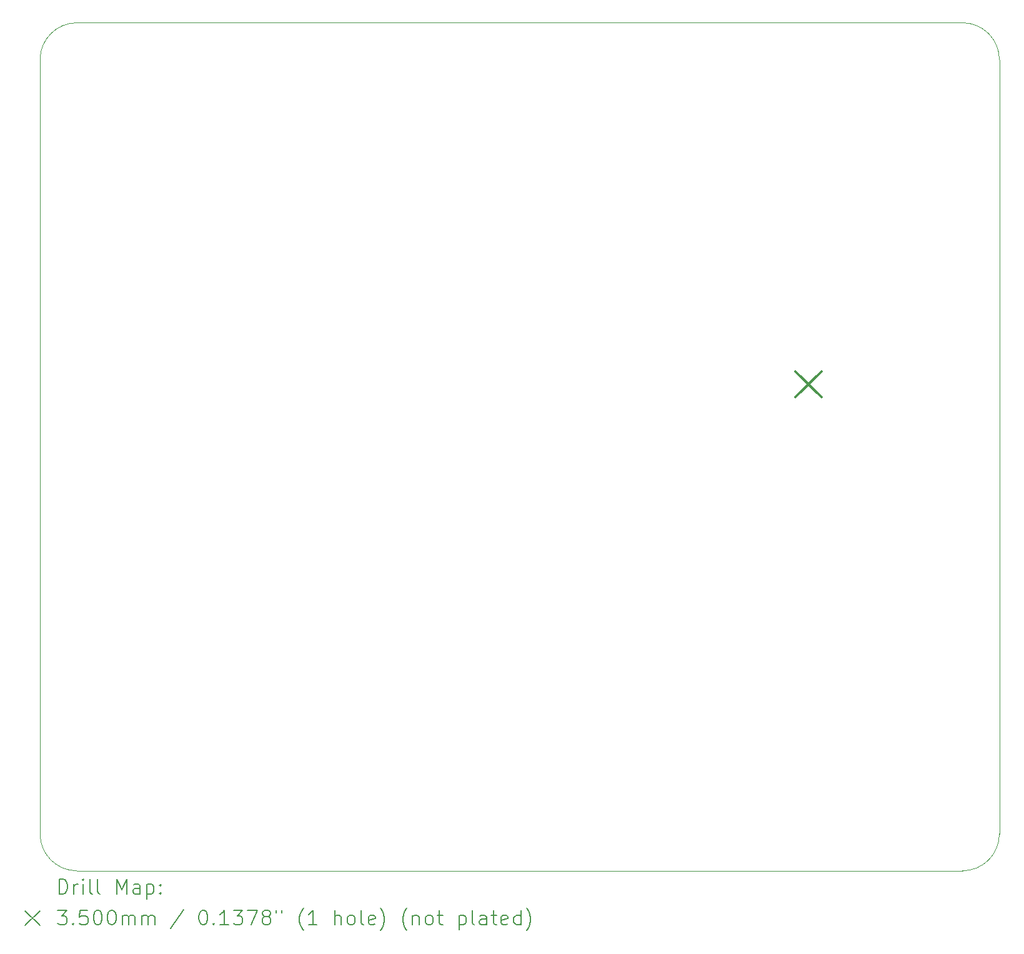
<source format=gbr>
%TF.GenerationSoftware,KiCad,Pcbnew,8.0.0*%
%TF.CreationDate,2024-06-30T22:06:07-03:00*%
%TF.ProjectId,tp4potencia,74703470-6f74-4656-9e63-69612e6b6963,0.4*%
%TF.SameCoordinates,Original*%
%TF.FileFunction,Drillmap*%
%TF.FilePolarity,Positive*%
%FSLAX45Y45*%
G04 Gerber Fmt 4.5, Leading zero omitted, Abs format (unit mm)*
G04 Created by KiCad (PCBNEW 8.0.0) date 2024-06-30 22:06:07*
%MOMM*%
%LPD*%
G01*
G04 APERTURE LIST*
%ADD10C,0.050000*%
%ADD11C,0.200000*%
%ADD12C,0.350000*%
G04 APERTURE END LIST*
D10*
X21250000Y-13750000D02*
X21250000Y-3250000D01*
X20750000Y-2750000D02*
X8750000Y-2750000D01*
X20750000Y-2750000D02*
G75*
G02*
X21250000Y-3250000I0J-500000D01*
G01*
X8750000Y-14250000D02*
X20750000Y-14250000D01*
X8750000Y-14250000D02*
G75*
G02*
X8250000Y-13750000I0J500000D01*
G01*
X8250000Y-3250000D02*
X8250000Y-13750000D01*
X21250000Y-13750000D02*
G75*
G02*
X20750000Y-14250000I-500000J0D01*
G01*
X8250000Y-3250000D02*
G75*
G02*
X8750000Y-2750000I500000J0D01*
G01*
D11*
D12*
X18486600Y-7476000D02*
X18836600Y-7826000D01*
X18836600Y-7476000D02*
X18486600Y-7826000D01*
D11*
X8508277Y-14563984D02*
X8508277Y-14363984D01*
X8508277Y-14363984D02*
X8555896Y-14363984D01*
X8555896Y-14363984D02*
X8584467Y-14373508D01*
X8584467Y-14373508D02*
X8603515Y-14392555D01*
X8603515Y-14392555D02*
X8613039Y-14411603D01*
X8613039Y-14411603D02*
X8622563Y-14449698D01*
X8622563Y-14449698D02*
X8622563Y-14478269D01*
X8622563Y-14478269D02*
X8613039Y-14516365D01*
X8613039Y-14516365D02*
X8603515Y-14535412D01*
X8603515Y-14535412D02*
X8584467Y-14554460D01*
X8584467Y-14554460D02*
X8555896Y-14563984D01*
X8555896Y-14563984D02*
X8508277Y-14563984D01*
X8708277Y-14563984D02*
X8708277Y-14430650D01*
X8708277Y-14468746D02*
X8717801Y-14449698D01*
X8717801Y-14449698D02*
X8727324Y-14440174D01*
X8727324Y-14440174D02*
X8746372Y-14430650D01*
X8746372Y-14430650D02*
X8765420Y-14430650D01*
X8832086Y-14563984D02*
X8832086Y-14430650D01*
X8832086Y-14363984D02*
X8822563Y-14373508D01*
X8822563Y-14373508D02*
X8832086Y-14383031D01*
X8832086Y-14383031D02*
X8841610Y-14373508D01*
X8841610Y-14373508D02*
X8832086Y-14363984D01*
X8832086Y-14363984D02*
X8832086Y-14383031D01*
X8955896Y-14563984D02*
X8936848Y-14554460D01*
X8936848Y-14554460D02*
X8927324Y-14535412D01*
X8927324Y-14535412D02*
X8927324Y-14363984D01*
X9060658Y-14563984D02*
X9041610Y-14554460D01*
X9041610Y-14554460D02*
X9032086Y-14535412D01*
X9032086Y-14535412D02*
X9032086Y-14363984D01*
X9289229Y-14563984D02*
X9289229Y-14363984D01*
X9289229Y-14363984D02*
X9355896Y-14506841D01*
X9355896Y-14506841D02*
X9422563Y-14363984D01*
X9422563Y-14363984D02*
X9422563Y-14563984D01*
X9603515Y-14563984D02*
X9603515Y-14459222D01*
X9603515Y-14459222D02*
X9593991Y-14440174D01*
X9593991Y-14440174D02*
X9574944Y-14430650D01*
X9574944Y-14430650D02*
X9536848Y-14430650D01*
X9536848Y-14430650D02*
X9517801Y-14440174D01*
X9603515Y-14554460D02*
X9584467Y-14563984D01*
X9584467Y-14563984D02*
X9536848Y-14563984D01*
X9536848Y-14563984D02*
X9517801Y-14554460D01*
X9517801Y-14554460D02*
X9508277Y-14535412D01*
X9508277Y-14535412D02*
X9508277Y-14516365D01*
X9508277Y-14516365D02*
X9517801Y-14497317D01*
X9517801Y-14497317D02*
X9536848Y-14487793D01*
X9536848Y-14487793D02*
X9584467Y-14487793D01*
X9584467Y-14487793D02*
X9603515Y-14478269D01*
X9698753Y-14430650D02*
X9698753Y-14630650D01*
X9698753Y-14440174D02*
X9717801Y-14430650D01*
X9717801Y-14430650D02*
X9755896Y-14430650D01*
X9755896Y-14430650D02*
X9774944Y-14440174D01*
X9774944Y-14440174D02*
X9784467Y-14449698D01*
X9784467Y-14449698D02*
X9793991Y-14468746D01*
X9793991Y-14468746D02*
X9793991Y-14525888D01*
X9793991Y-14525888D02*
X9784467Y-14544936D01*
X9784467Y-14544936D02*
X9774944Y-14554460D01*
X9774944Y-14554460D02*
X9755896Y-14563984D01*
X9755896Y-14563984D02*
X9717801Y-14563984D01*
X9717801Y-14563984D02*
X9698753Y-14554460D01*
X9879705Y-14544936D02*
X9889229Y-14554460D01*
X9889229Y-14554460D02*
X9879705Y-14563984D01*
X9879705Y-14563984D02*
X9870182Y-14554460D01*
X9870182Y-14554460D02*
X9879705Y-14544936D01*
X9879705Y-14544936D02*
X9879705Y-14563984D01*
X9879705Y-14440174D02*
X9889229Y-14449698D01*
X9889229Y-14449698D02*
X9879705Y-14459222D01*
X9879705Y-14459222D02*
X9870182Y-14449698D01*
X9870182Y-14449698D02*
X9879705Y-14440174D01*
X9879705Y-14440174D02*
X9879705Y-14459222D01*
X8047500Y-14792500D02*
X8247500Y-14992500D01*
X8247500Y-14792500D02*
X8047500Y-14992500D01*
X8489229Y-14783984D02*
X8613039Y-14783984D01*
X8613039Y-14783984D02*
X8546372Y-14860174D01*
X8546372Y-14860174D02*
X8574944Y-14860174D01*
X8574944Y-14860174D02*
X8593991Y-14869698D01*
X8593991Y-14869698D02*
X8603515Y-14879222D01*
X8603515Y-14879222D02*
X8613039Y-14898269D01*
X8613039Y-14898269D02*
X8613039Y-14945888D01*
X8613039Y-14945888D02*
X8603515Y-14964936D01*
X8603515Y-14964936D02*
X8593991Y-14974460D01*
X8593991Y-14974460D02*
X8574944Y-14983984D01*
X8574944Y-14983984D02*
X8517801Y-14983984D01*
X8517801Y-14983984D02*
X8498753Y-14974460D01*
X8498753Y-14974460D02*
X8489229Y-14964936D01*
X8698753Y-14964936D02*
X8708277Y-14974460D01*
X8708277Y-14974460D02*
X8698753Y-14983984D01*
X8698753Y-14983984D02*
X8689229Y-14974460D01*
X8689229Y-14974460D02*
X8698753Y-14964936D01*
X8698753Y-14964936D02*
X8698753Y-14983984D01*
X8889229Y-14783984D02*
X8793991Y-14783984D01*
X8793991Y-14783984D02*
X8784467Y-14879222D01*
X8784467Y-14879222D02*
X8793991Y-14869698D01*
X8793991Y-14869698D02*
X8813039Y-14860174D01*
X8813039Y-14860174D02*
X8860658Y-14860174D01*
X8860658Y-14860174D02*
X8879705Y-14869698D01*
X8879705Y-14869698D02*
X8889229Y-14879222D01*
X8889229Y-14879222D02*
X8898753Y-14898269D01*
X8898753Y-14898269D02*
X8898753Y-14945888D01*
X8898753Y-14945888D02*
X8889229Y-14964936D01*
X8889229Y-14964936D02*
X8879705Y-14974460D01*
X8879705Y-14974460D02*
X8860658Y-14983984D01*
X8860658Y-14983984D02*
X8813039Y-14983984D01*
X8813039Y-14983984D02*
X8793991Y-14974460D01*
X8793991Y-14974460D02*
X8784467Y-14964936D01*
X9022563Y-14783984D02*
X9041610Y-14783984D01*
X9041610Y-14783984D02*
X9060658Y-14793508D01*
X9060658Y-14793508D02*
X9070182Y-14803031D01*
X9070182Y-14803031D02*
X9079705Y-14822079D01*
X9079705Y-14822079D02*
X9089229Y-14860174D01*
X9089229Y-14860174D02*
X9089229Y-14907793D01*
X9089229Y-14907793D02*
X9079705Y-14945888D01*
X9079705Y-14945888D02*
X9070182Y-14964936D01*
X9070182Y-14964936D02*
X9060658Y-14974460D01*
X9060658Y-14974460D02*
X9041610Y-14983984D01*
X9041610Y-14983984D02*
X9022563Y-14983984D01*
X9022563Y-14983984D02*
X9003515Y-14974460D01*
X9003515Y-14974460D02*
X8993991Y-14964936D01*
X8993991Y-14964936D02*
X8984467Y-14945888D01*
X8984467Y-14945888D02*
X8974944Y-14907793D01*
X8974944Y-14907793D02*
X8974944Y-14860174D01*
X8974944Y-14860174D02*
X8984467Y-14822079D01*
X8984467Y-14822079D02*
X8993991Y-14803031D01*
X8993991Y-14803031D02*
X9003515Y-14793508D01*
X9003515Y-14793508D02*
X9022563Y-14783984D01*
X9213039Y-14783984D02*
X9232086Y-14783984D01*
X9232086Y-14783984D02*
X9251134Y-14793508D01*
X9251134Y-14793508D02*
X9260658Y-14803031D01*
X9260658Y-14803031D02*
X9270182Y-14822079D01*
X9270182Y-14822079D02*
X9279705Y-14860174D01*
X9279705Y-14860174D02*
X9279705Y-14907793D01*
X9279705Y-14907793D02*
X9270182Y-14945888D01*
X9270182Y-14945888D02*
X9260658Y-14964936D01*
X9260658Y-14964936D02*
X9251134Y-14974460D01*
X9251134Y-14974460D02*
X9232086Y-14983984D01*
X9232086Y-14983984D02*
X9213039Y-14983984D01*
X9213039Y-14983984D02*
X9193991Y-14974460D01*
X9193991Y-14974460D02*
X9184467Y-14964936D01*
X9184467Y-14964936D02*
X9174944Y-14945888D01*
X9174944Y-14945888D02*
X9165420Y-14907793D01*
X9165420Y-14907793D02*
X9165420Y-14860174D01*
X9165420Y-14860174D02*
X9174944Y-14822079D01*
X9174944Y-14822079D02*
X9184467Y-14803031D01*
X9184467Y-14803031D02*
X9193991Y-14793508D01*
X9193991Y-14793508D02*
X9213039Y-14783984D01*
X9365420Y-14983984D02*
X9365420Y-14850650D01*
X9365420Y-14869698D02*
X9374944Y-14860174D01*
X9374944Y-14860174D02*
X9393991Y-14850650D01*
X9393991Y-14850650D02*
X9422563Y-14850650D01*
X9422563Y-14850650D02*
X9441610Y-14860174D01*
X9441610Y-14860174D02*
X9451134Y-14879222D01*
X9451134Y-14879222D02*
X9451134Y-14983984D01*
X9451134Y-14879222D02*
X9460658Y-14860174D01*
X9460658Y-14860174D02*
X9479705Y-14850650D01*
X9479705Y-14850650D02*
X9508277Y-14850650D01*
X9508277Y-14850650D02*
X9527325Y-14860174D01*
X9527325Y-14860174D02*
X9536848Y-14879222D01*
X9536848Y-14879222D02*
X9536848Y-14983984D01*
X9632086Y-14983984D02*
X9632086Y-14850650D01*
X9632086Y-14869698D02*
X9641610Y-14860174D01*
X9641610Y-14860174D02*
X9660658Y-14850650D01*
X9660658Y-14850650D02*
X9689229Y-14850650D01*
X9689229Y-14850650D02*
X9708277Y-14860174D01*
X9708277Y-14860174D02*
X9717801Y-14879222D01*
X9717801Y-14879222D02*
X9717801Y-14983984D01*
X9717801Y-14879222D02*
X9727325Y-14860174D01*
X9727325Y-14860174D02*
X9746372Y-14850650D01*
X9746372Y-14850650D02*
X9774944Y-14850650D01*
X9774944Y-14850650D02*
X9793991Y-14860174D01*
X9793991Y-14860174D02*
X9803515Y-14879222D01*
X9803515Y-14879222D02*
X9803515Y-14983984D01*
X10193991Y-14774460D02*
X10022563Y-15031603D01*
X10451134Y-14783984D02*
X10470182Y-14783984D01*
X10470182Y-14783984D02*
X10489229Y-14793508D01*
X10489229Y-14793508D02*
X10498753Y-14803031D01*
X10498753Y-14803031D02*
X10508277Y-14822079D01*
X10508277Y-14822079D02*
X10517801Y-14860174D01*
X10517801Y-14860174D02*
X10517801Y-14907793D01*
X10517801Y-14907793D02*
X10508277Y-14945888D01*
X10508277Y-14945888D02*
X10498753Y-14964936D01*
X10498753Y-14964936D02*
X10489229Y-14974460D01*
X10489229Y-14974460D02*
X10470182Y-14983984D01*
X10470182Y-14983984D02*
X10451134Y-14983984D01*
X10451134Y-14983984D02*
X10432087Y-14974460D01*
X10432087Y-14974460D02*
X10422563Y-14964936D01*
X10422563Y-14964936D02*
X10413039Y-14945888D01*
X10413039Y-14945888D02*
X10403515Y-14907793D01*
X10403515Y-14907793D02*
X10403515Y-14860174D01*
X10403515Y-14860174D02*
X10413039Y-14822079D01*
X10413039Y-14822079D02*
X10422563Y-14803031D01*
X10422563Y-14803031D02*
X10432087Y-14793508D01*
X10432087Y-14793508D02*
X10451134Y-14783984D01*
X10603515Y-14964936D02*
X10613039Y-14974460D01*
X10613039Y-14974460D02*
X10603515Y-14983984D01*
X10603515Y-14983984D02*
X10593991Y-14974460D01*
X10593991Y-14974460D02*
X10603515Y-14964936D01*
X10603515Y-14964936D02*
X10603515Y-14983984D01*
X10803515Y-14983984D02*
X10689229Y-14983984D01*
X10746372Y-14983984D02*
X10746372Y-14783984D01*
X10746372Y-14783984D02*
X10727325Y-14812555D01*
X10727325Y-14812555D02*
X10708277Y-14831603D01*
X10708277Y-14831603D02*
X10689229Y-14841127D01*
X10870182Y-14783984D02*
X10993991Y-14783984D01*
X10993991Y-14783984D02*
X10927325Y-14860174D01*
X10927325Y-14860174D02*
X10955896Y-14860174D01*
X10955896Y-14860174D02*
X10974944Y-14869698D01*
X10974944Y-14869698D02*
X10984468Y-14879222D01*
X10984468Y-14879222D02*
X10993991Y-14898269D01*
X10993991Y-14898269D02*
X10993991Y-14945888D01*
X10993991Y-14945888D02*
X10984468Y-14964936D01*
X10984468Y-14964936D02*
X10974944Y-14974460D01*
X10974944Y-14974460D02*
X10955896Y-14983984D01*
X10955896Y-14983984D02*
X10898753Y-14983984D01*
X10898753Y-14983984D02*
X10879706Y-14974460D01*
X10879706Y-14974460D02*
X10870182Y-14964936D01*
X11060658Y-14783984D02*
X11193991Y-14783984D01*
X11193991Y-14783984D02*
X11108277Y-14983984D01*
X11298753Y-14869698D02*
X11279706Y-14860174D01*
X11279706Y-14860174D02*
X11270182Y-14850650D01*
X11270182Y-14850650D02*
X11260658Y-14831603D01*
X11260658Y-14831603D02*
X11260658Y-14822079D01*
X11260658Y-14822079D02*
X11270182Y-14803031D01*
X11270182Y-14803031D02*
X11279706Y-14793508D01*
X11279706Y-14793508D02*
X11298753Y-14783984D01*
X11298753Y-14783984D02*
X11336848Y-14783984D01*
X11336848Y-14783984D02*
X11355896Y-14793508D01*
X11355896Y-14793508D02*
X11365420Y-14803031D01*
X11365420Y-14803031D02*
X11374944Y-14822079D01*
X11374944Y-14822079D02*
X11374944Y-14831603D01*
X11374944Y-14831603D02*
X11365420Y-14850650D01*
X11365420Y-14850650D02*
X11355896Y-14860174D01*
X11355896Y-14860174D02*
X11336848Y-14869698D01*
X11336848Y-14869698D02*
X11298753Y-14869698D01*
X11298753Y-14869698D02*
X11279706Y-14879222D01*
X11279706Y-14879222D02*
X11270182Y-14888746D01*
X11270182Y-14888746D02*
X11260658Y-14907793D01*
X11260658Y-14907793D02*
X11260658Y-14945888D01*
X11260658Y-14945888D02*
X11270182Y-14964936D01*
X11270182Y-14964936D02*
X11279706Y-14974460D01*
X11279706Y-14974460D02*
X11298753Y-14983984D01*
X11298753Y-14983984D02*
X11336848Y-14983984D01*
X11336848Y-14983984D02*
X11355896Y-14974460D01*
X11355896Y-14974460D02*
X11365420Y-14964936D01*
X11365420Y-14964936D02*
X11374944Y-14945888D01*
X11374944Y-14945888D02*
X11374944Y-14907793D01*
X11374944Y-14907793D02*
X11365420Y-14888746D01*
X11365420Y-14888746D02*
X11355896Y-14879222D01*
X11355896Y-14879222D02*
X11336848Y-14869698D01*
X11451134Y-14783984D02*
X11451134Y-14822079D01*
X11527325Y-14783984D02*
X11527325Y-14822079D01*
X11822563Y-15060174D02*
X11813039Y-15050650D01*
X11813039Y-15050650D02*
X11793991Y-15022079D01*
X11793991Y-15022079D02*
X11784468Y-15003031D01*
X11784468Y-15003031D02*
X11774944Y-14974460D01*
X11774944Y-14974460D02*
X11765420Y-14926841D01*
X11765420Y-14926841D02*
X11765420Y-14888746D01*
X11765420Y-14888746D02*
X11774944Y-14841127D01*
X11774944Y-14841127D02*
X11784468Y-14812555D01*
X11784468Y-14812555D02*
X11793991Y-14793508D01*
X11793991Y-14793508D02*
X11813039Y-14764936D01*
X11813039Y-14764936D02*
X11822563Y-14755412D01*
X12003515Y-14983984D02*
X11889229Y-14983984D01*
X11946372Y-14983984D02*
X11946372Y-14783984D01*
X11946372Y-14783984D02*
X11927325Y-14812555D01*
X11927325Y-14812555D02*
X11908277Y-14831603D01*
X11908277Y-14831603D02*
X11889229Y-14841127D01*
X12241610Y-14983984D02*
X12241610Y-14783984D01*
X12327325Y-14983984D02*
X12327325Y-14879222D01*
X12327325Y-14879222D02*
X12317801Y-14860174D01*
X12317801Y-14860174D02*
X12298753Y-14850650D01*
X12298753Y-14850650D02*
X12270182Y-14850650D01*
X12270182Y-14850650D02*
X12251134Y-14860174D01*
X12251134Y-14860174D02*
X12241610Y-14869698D01*
X12451134Y-14983984D02*
X12432087Y-14974460D01*
X12432087Y-14974460D02*
X12422563Y-14964936D01*
X12422563Y-14964936D02*
X12413039Y-14945888D01*
X12413039Y-14945888D02*
X12413039Y-14888746D01*
X12413039Y-14888746D02*
X12422563Y-14869698D01*
X12422563Y-14869698D02*
X12432087Y-14860174D01*
X12432087Y-14860174D02*
X12451134Y-14850650D01*
X12451134Y-14850650D02*
X12479706Y-14850650D01*
X12479706Y-14850650D02*
X12498753Y-14860174D01*
X12498753Y-14860174D02*
X12508277Y-14869698D01*
X12508277Y-14869698D02*
X12517801Y-14888746D01*
X12517801Y-14888746D02*
X12517801Y-14945888D01*
X12517801Y-14945888D02*
X12508277Y-14964936D01*
X12508277Y-14964936D02*
X12498753Y-14974460D01*
X12498753Y-14974460D02*
X12479706Y-14983984D01*
X12479706Y-14983984D02*
X12451134Y-14983984D01*
X12632087Y-14983984D02*
X12613039Y-14974460D01*
X12613039Y-14974460D02*
X12603515Y-14955412D01*
X12603515Y-14955412D02*
X12603515Y-14783984D01*
X12784468Y-14974460D02*
X12765420Y-14983984D01*
X12765420Y-14983984D02*
X12727325Y-14983984D01*
X12727325Y-14983984D02*
X12708277Y-14974460D01*
X12708277Y-14974460D02*
X12698753Y-14955412D01*
X12698753Y-14955412D02*
X12698753Y-14879222D01*
X12698753Y-14879222D02*
X12708277Y-14860174D01*
X12708277Y-14860174D02*
X12727325Y-14850650D01*
X12727325Y-14850650D02*
X12765420Y-14850650D01*
X12765420Y-14850650D02*
X12784468Y-14860174D01*
X12784468Y-14860174D02*
X12793991Y-14879222D01*
X12793991Y-14879222D02*
X12793991Y-14898269D01*
X12793991Y-14898269D02*
X12698753Y-14917317D01*
X12860658Y-15060174D02*
X12870182Y-15050650D01*
X12870182Y-15050650D02*
X12889230Y-15022079D01*
X12889230Y-15022079D02*
X12898753Y-15003031D01*
X12898753Y-15003031D02*
X12908277Y-14974460D01*
X12908277Y-14974460D02*
X12917801Y-14926841D01*
X12917801Y-14926841D02*
X12917801Y-14888746D01*
X12917801Y-14888746D02*
X12908277Y-14841127D01*
X12908277Y-14841127D02*
X12898753Y-14812555D01*
X12898753Y-14812555D02*
X12889230Y-14793508D01*
X12889230Y-14793508D02*
X12870182Y-14764936D01*
X12870182Y-14764936D02*
X12860658Y-14755412D01*
X13222563Y-15060174D02*
X13213039Y-15050650D01*
X13213039Y-15050650D02*
X13193991Y-15022079D01*
X13193991Y-15022079D02*
X13184468Y-15003031D01*
X13184468Y-15003031D02*
X13174944Y-14974460D01*
X13174944Y-14974460D02*
X13165420Y-14926841D01*
X13165420Y-14926841D02*
X13165420Y-14888746D01*
X13165420Y-14888746D02*
X13174944Y-14841127D01*
X13174944Y-14841127D02*
X13184468Y-14812555D01*
X13184468Y-14812555D02*
X13193991Y-14793508D01*
X13193991Y-14793508D02*
X13213039Y-14764936D01*
X13213039Y-14764936D02*
X13222563Y-14755412D01*
X13298753Y-14850650D02*
X13298753Y-14983984D01*
X13298753Y-14869698D02*
X13308277Y-14860174D01*
X13308277Y-14860174D02*
X13327325Y-14850650D01*
X13327325Y-14850650D02*
X13355896Y-14850650D01*
X13355896Y-14850650D02*
X13374944Y-14860174D01*
X13374944Y-14860174D02*
X13384468Y-14879222D01*
X13384468Y-14879222D02*
X13384468Y-14983984D01*
X13508277Y-14983984D02*
X13489230Y-14974460D01*
X13489230Y-14974460D02*
X13479706Y-14964936D01*
X13479706Y-14964936D02*
X13470182Y-14945888D01*
X13470182Y-14945888D02*
X13470182Y-14888746D01*
X13470182Y-14888746D02*
X13479706Y-14869698D01*
X13479706Y-14869698D02*
X13489230Y-14860174D01*
X13489230Y-14860174D02*
X13508277Y-14850650D01*
X13508277Y-14850650D02*
X13536849Y-14850650D01*
X13536849Y-14850650D02*
X13555896Y-14860174D01*
X13555896Y-14860174D02*
X13565420Y-14869698D01*
X13565420Y-14869698D02*
X13574944Y-14888746D01*
X13574944Y-14888746D02*
X13574944Y-14945888D01*
X13574944Y-14945888D02*
X13565420Y-14964936D01*
X13565420Y-14964936D02*
X13555896Y-14974460D01*
X13555896Y-14974460D02*
X13536849Y-14983984D01*
X13536849Y-14983984D02*
X13508277Y-14983984D01*
X13632087Y-14850650D02*
X13708277Y-14850650D01*
X13660658Y-14783984D02*
X13660658Y-14955412D01*
X13660658Y-14955412D02*
X13670182Y-14974460D01*
X13670182Y-14974460D02*
X13689230Y-14983984D01*
X13689230Y-14983984D02*
X13708277Y-14983984D01*
X13927325Y-14850650D02*
X13927325Y-15050650D01*
X13927325Y-14860174D02*
X13946372Y-14850650D01*
X13946372Y-14850650D02*
X13984468Y-14850650D01*
X13984468Y-14850650D02*
X14003515Y-14860174D01*
X14003515Y-14860174D02*
X14013039Y-14869698D01*
X14013039Y-14869698D02*
X14022563Y-14888746D01*
X14022563Y-14888746D02*
X14022563Y-14945888D01*
X14022563Y-14945888D02*
X14013039Y-14964936D01*
X14013039Y-14964936D02*
X14003515Y-14974460D01*
X14003515Y-14974460D02*
X13984468Y-14983984D01*
X13984468Y-14983984D02*
X13946372Y-14983984D01*
X13946372Y-14983984D02*
X13927325Y-14974460D01*
X14136849Y-14983984D02*
X14117801Y-14974460D01*
X14117801Y-14974460D02*
X14108277Y-14955412D01*
X14108277Y-14955412D02*
X14108277Y-14783984D01*
X14298753Y-14983984D02*
X14298753Y-14879222D01*
X14298753Y-14879222D02*
X14289230Y-14860174D01*
X14289230Y-14860174D02*
X14270182Y-14850650D01*
X14270182Y-14850650D02*
X14232087Y-14850650D01*
X14232087Y-14850650D02*
X14213039Y-14860174D01*
X14298753Y-14974460D02*
X14279706Y-14983984D01*
X14279706Y-14983984D02*
X14232087Y-14983984D01*
X14232087Y-14983984D02*
X14213039Y-14974460D01*
X14213039Y-14974460D02*
X14203515Y-14955412D01*
X14203515Y-14955412D02*
X14203515Y-14936365D01*
X14203515Y-14936365D02*
X14213039Y-14917317D01*
X14213039Y-14917317D02*
X14232087Y-14907793D01*
X14232087Y-14907793D02*
X14279706Y-14907793D01*
X14279706Y-14907793D02*
X14298753Y-14898269D01*
X14365420Y-14850650D02*
X14441611Y-14850650D01*
X14393992Y-14783984D02*
X14393992Y-14955412D01*
X14393992Y-14955412D02*
X14403515Y-14974460D01*
X14403515Y-14974460D02*
X14422563Y-14983984D01*
X14422563Y-14983984D02*
X14441611Y-14983984D01*
X14584468Y-14974460D02*
X14565420Y-14983984D01*
X14565420Y-14983984D02*
X14527325Y-14983984D01*
X14527325Y-14983984D02*
X14508277Y-14974460D01*
X14508277Y-14974460D02*
X14498753Y-14955412D01*
X14498753Y-14955412D02*
X14498753Y-14879222D01*
X14498753Y-14879222D02*
X14508277Y-14860174D01*
X14508277Y-14860174D02*
X14527325Y-14850650D01*
X14527325Y-14850650D02*
X14565420Y-14850650D01*
X14565420Y-14850650D02*
X14584468Y-14860174D01*
X14584468Y-14860174D02*
X14593992Y-14879222D01*
X14593992Y-14879222D02*
X14593992Y-14898269D01*
X14593992Y-14898269D02*
X14498753Y-14917317D01*
X14765420Y-14983984D02*
X14765420Y-14783984D01*
X14765420Y-14974460D02*
X14746373Y-14983984D01*
X14746373Y-14983984D02*
X14708277Y-14983984D01*
X14708277Y-14983984D02*
X14689230Y-14974460D01*
X14689230Y-14974460D02*
X14679706Y-14964936D01*
X14679706Y-14964936D02*
X14670182Y-14945888D01*
X14670182Y-14945888D02*
X14670182Y-14888746D01*
X14670182Y-14888746D02*
X14679706Y-14869698D01*
X14679706Y-14869698D02*
X14689230Y-14860174D01*
X14689230Y-14860174D02*
X14708277Y-14850650D01*
X14708277Y-14850650D02*
X14746373Y-14850650D01*
X14746373Y-14850650D02*
X14765420Y-14860174D01*
X14841611Y-15060174D02*
X14851134Y-15050650D01*
X14851134Y-15050650D02*
X14870182Y-15022079D01*
X14870182Y-15022079D02*
X14879706Y-15003031D01*
X14879706Y-15003031D02*
X14889230Y-14974460D01*
X14889230Y-14974460D02*
X14898753Y-14926841D01*
X14898753Y-14926841D02*
X14898753Y-14888746D01*
X14898753Y-14888746D02*
X14889230Y-14841127D01*
X14889230Y-14841127D02*
X14879706Y-14812555D01*
X14879706Y-14812555D02*
X14870182Y-14793508D01*
X14870182Y-14793508D02*
X14851134Y-14764936D01*
X14851134Y-14764936D02*
X14841611Y-14755412D01*
M02*

</source>
